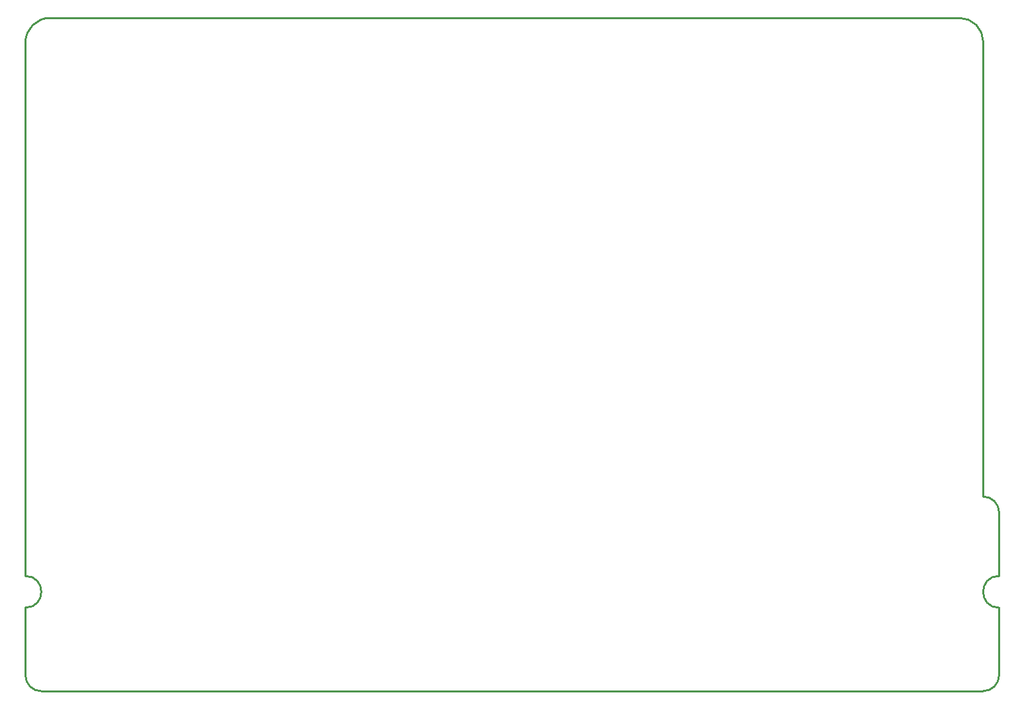
<source format=gbr>
G04 #@! TF.GenerationSoftware,KiCad,Pcbnew,(5.1.4)-1*
G04 #@! TF.CreationDate,2021-08-24T20:52:13-05:00*
G04 #@! TF.ProjectId,Mocos_2021,4d6f636f-735f-4323-9032-312e6b696361,rev?*
G04 #@! TF.SameCoordinates,Original*
G04 #@! TF.FileFunction,Profile,NP*
%FSLAX46Y46*%
G04 Gerber Fmt 4.6, Leading zero omitted, Abs format (unit mm)*
G04 Created by KiCad (PCBNEW (5.1.4)-1) date 2021-08-24 20:52:13*
%MOMM*%
%LPD*%
G04 APERTURE LIST*
%ADD10C,0.254000*%
G04 APERTURE END LIST*
D10*
X183896000Y-69215000D02*
G75*
G02X186944000Y-72263000I0J-3048000D01*
G01*
X64516000Y-72390000D02*
G75*
G02X67691000Y-69215000I3175000J0D01*
G01*
X186944000Y-89281000D02*
X186944000Y-72263000D01*
X67691000Y-69215000D02*
X183896000Y-69215000D01*
X64516000Y-95758000D02*
X64516000Y-72390000D01*
X64516000Y-130429000D02*
X64516000Y-95758000D01*
X186944000Y-127889000D02*
X186944000Y-89281000D01*
X64516000Y-140589000D02*
G75*
G02X64516000Y-144653000I0J-2032000D01*
G01*
X186944000Y-130429000D02*
G75*
G02X188976000Y-132461000I0J-2032000D01*
G01*
X188976000Y-144653000D02*
G75*
G02X188976000Y-140589000I0J2032000D01*
G01*
X188976000Y-153289000D02*
G75*
G02X186944000Y-155321000I-2032000J0D01*
G01*
X66548000Y-155321000D02*
G75*
G02X64516000Y-153289000I0J2032000D01*
G01*
X64516000Y-144653000D02*
X64516000Y-153289000D01*
X64516000Y-130429000D02*
X64516000Y-140589000D01*
X186944000Y-130429000D02*
X186944000Y-127889000D01*
X188976000Y-140589000D02*
X188976000Y-132461000D01*
X188976000Y-153289000D02*
X188976000Y-144653000D01*
X66548000Y-155321000D02*
X186944000Y-155321000D01*
M02*

</source>
